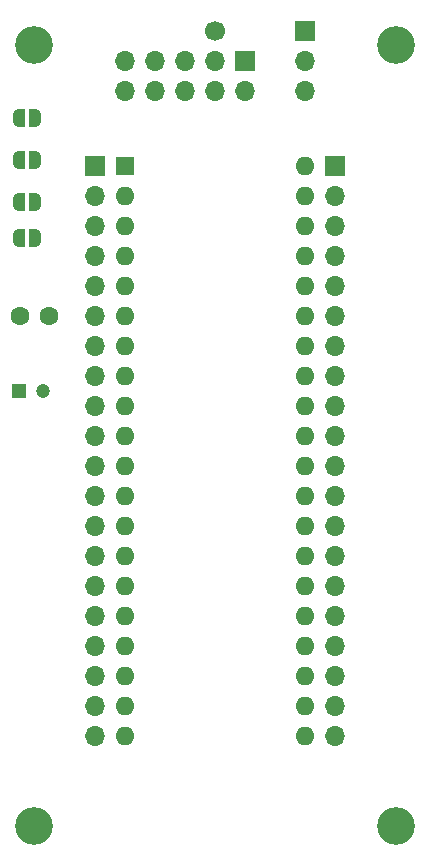
<source format=gts>
G04 #@! TF.GenerationSoftware,KiCad,Pcbnew,(6.0.7)*
G04 #@! TF.CreationDate,2022-08-25T15:57:15-07:00*
G04 #@! TF.ProjectId,emu6802,656d7536-3830-4322-9e6b-696361645f70,rev?*
G04 #@! TF.SameCoordinates,Original*
G04 #@! TF.FileFunction,Soldermask,Top*
G04 #@! TF.FilePolarity,Negative*
%FSLAX46Y46*%
G04 Gerber Fmt 4.6, Leading zero omitted, Abs format (unit mm)*
G04 Created by KiCad (PCBNEW (6.0.7)) date 2022-08-25 15:57:15*
%MOMM*%
%LPD*%
G01*
G04 APERTURE LIST*
G04 Aperture macros list*
%AMFreePoly0*
4,1,22,0.500000,-0.750000,0.000000,-0.750000,0.000000,-0.745033,-0.079941,-0.743568,-0.215256,-0.701293,-0.333266,-0.622738,-0.424486,-0.514219,-0.481581,-0.384460,-0.499164,-0.250000,-0.500000,-0.250000,-0.500000,0.250000,-0.499164,0.250000,-0.499963,0.256109,-0.478152,0.396186,-0.417904,0.524511,-0.324060,0.630769,-0.204165,0.706417,-0.067858,0.745374,0.000000,0.744959,0.000000,0.750000,
0.500000,0.750000,0.500000,-0.750000,0.500000,-0.750000,$1*%
%AMFreePoly1*
4,1,20,0.000000,0.744959,0.073905,0.744508,0.209726,0.703889,0.328688,0.626782,0.421226,0.519385,0.479903,0.390333,0.500000,0.250000,0.500000,-0.250000,0.499851,-0.262216,0.476331,-0.402017,0.414519,-0.529596,0.319384,-0.634700,0.198574,-0.708877,0.061801,-0.746166,0.000000,-0.745033,0.000000,-0.750000,-0.500000,-0.750000,-0.500000,0.750000,0.000000,0.750000,0.000000,0.744959,
0.000000,0.744959,$1*%
G04 Aperture macros list end*
%ADD10R,1.200000X1.200000*%
%ADD11C,1.200000*%
%ADD12FreePoly0,0.000000*%
%ADD13FreePoly1,0.000000*%
%ADD14R,1.700000X1.700000*%
%ADD15O,1.700000X1.700000*%
%ADD16C,1.600000*%
%ADD17C,3.200000*%
%ADD18R,1.600000X1.600000*%
%ADD19O,1.600000X1.600000*%
%ADD20C,1.700000*%
G04 APERTURE END LIST*
D10*
X54570000Y-85090000D03*
D11*
X56570000Y-85090000D03*
D12*
X54580000Y-61976000D03*
D13*
X55880000Y-61976000D03*
D12*
X54580000Y-65532000D03*
D13*
X55880000Y-65532000D03*
D14*
X81280000Y-66040000D03*
D15*
X81280000Y-68580000D03*
X81280000Y-71120000D03*
X81280000Y-73660000D03*
X81280000Y-76200000D03*
X81280000Y-78740000D03*
X81280000Y-81280000D03*
X81280000Y-83820000D03*
X81280000Y-86360000D03*
X81280000Y-88900000D03*
X81280000Y-91440000D03*
X81280000Y-93980000D03*
X81280000Y-96520000D03*
X81280000Y-99060000D03*
X81280000Y-101600000D03*
X81280000Y-104140000D03*
X81280000Y-106680000D03*
X81280000Y-109220000D03*
X81280000Y-111760000D03*
X81280000Y-114300000D03*
D14*
X73655000Y-57150000D03*
D15*
X73655000Y-59690000D03*
X71115000Y-57150000D03*
X71115000Y-59690000D03*
X68575000Y-57150000D03*
X68575000Y-59690000D03*
X66035000Y-57150000D03*
X66035000Y-59690000D03*
X63495000Y-57150000D03*
X63495000Y-59690000D03*
D16*
X54610000Y-78740000D03*
X57110000Y-78740000D03*
D12*
X54580000Y-69088000D03*
D13*
X55880000Y-69088000D03*
D17*
X86440000Y-122000000D03*
D12*
X54580000Y-72136000D03*
D13*
X55880000Y-72136000D03*
D18*
X63500000Y-66040000D03*
D19*
X63500000Y-68580000D03*
X63500000Y-71120000D03*
X63500000Y-73660000D03*
X63500000Y-76200000D03*
X63500000Y-78740000D03*
X63500000Y-81280000D03*
X63500000Y-83820000D03*
X63500000Y-86360000D03*
X63500000Y-88900000D03*
X63500000Y-91440000D03*
X63500000Y-93980000D03*
X63500000Y-96520000D03*
X63500000Y-99060000D03*
X63500000Y-101600000D03*
X63500000Y-104140000D03*
X63500000Y-106680000D03*
X63500000Y-109220000D03*
X63500000Y-111760000D03*
X63500000Y-114300000D03*
X78740000Y-114300000D03*
X78740000Y-111760000D03*
X78740000Y-109220000D03*
X78740000Y-106680000D03*
X78740000Y-104140000D03*
X78740000Y-101600000D03*
X78740000Y-99060000D03*
X78740000Y-96520000D03*
X78740000Y-93980000D03*
X78740000Y-91440000D03*
X78740000Y-88900000D03*
X78740000Y-86360000D03*
X78740000Y-83820000D03*
X78740000Y-81280000D03*
X78740000Y-78740000D03*
X78740000Y-76200000D03*
X78740000Y-73660000D03*
X78740000Y-71120000D03*
X78740000Y-68580000D03*
X78740000Y-66040000D03*
D17*
X55800000Y-122000000D03*
X55800000Y-55800000D03*
X86440000Y-55800000D03*
D20*
X71120000Y-54610000D03*
D14*
X60960000Y-66040000D03*
D15*
X60960000Y-68580000D03*
X60960000Y-71120000D03*
X60960000Y-73660000D03*
X60960000Y-76200000D03*
X60960000Y-78740000D03*
X60960000Y-81280000D03*
X60960000Y-83820000D03*
X60960000Y-86360000D03*
X60960000Y-88900000D03*
X60960000Y-91440000D03*
X60960000Y-93980000D03*
X60960000Y-96520000D03*
X60960000Y-99060000D03*
X60960000Y-101600000D03*
X60960000Y-104140000D03*
X60960000Y-106680000D03*
X60960000Y-109220000D03*
X60960000Y-111760000D03*
X60960000Y-114300000D03*
D14*
X78740000Y-54630000D03*
D15*
X78740000Y-57170000D03*
X78740000Y-59710000D03*
M02*

</source>
